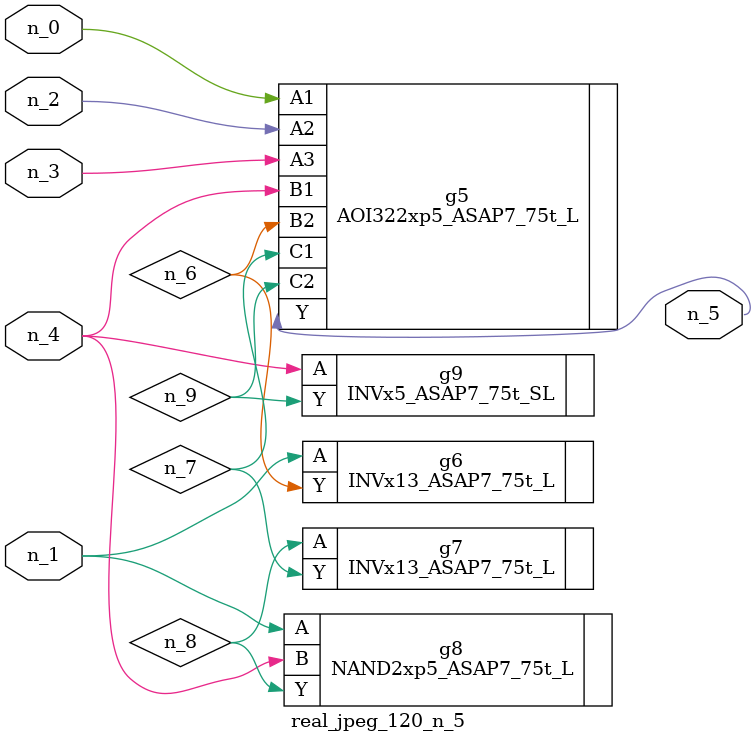
<source format=v>
module real_jpeg_120_n_5 (n_4, n_0, n_1, n_2, n_3, n_5);

input n_4;
input n_0;
input n_1;
input n_2;
input n_3;

output n_5;

wire n_8;
wire n_6;
wire n_7;
wire n_9;

AOI322xp5_ASAP7_75t_L g5 ( 
.A1(n_0),
.A2(n_2),
.A3(n_3),
.B1(n_4),
.B2(n_6),
.C1(n_7),
.C2(n_9),
.Y(n_5)
);

INVx13_ASAP7_75t_L g6 ( 
.A(n_1),
.Y(n_6)
);

NAND2xp5_ASAP7_75t_L g8 ( 
.A(n_1),
.B(n_4),
.Y(n_8)
);

INVx5_ASAP7_75t_SL g9 ( 
.A(n_4),
.Y(n_9)
);

INVx13_ASAP7_75t_L g7 ( 
.A(n_8),
.Y(n_7)
);


endmodule
</source>
